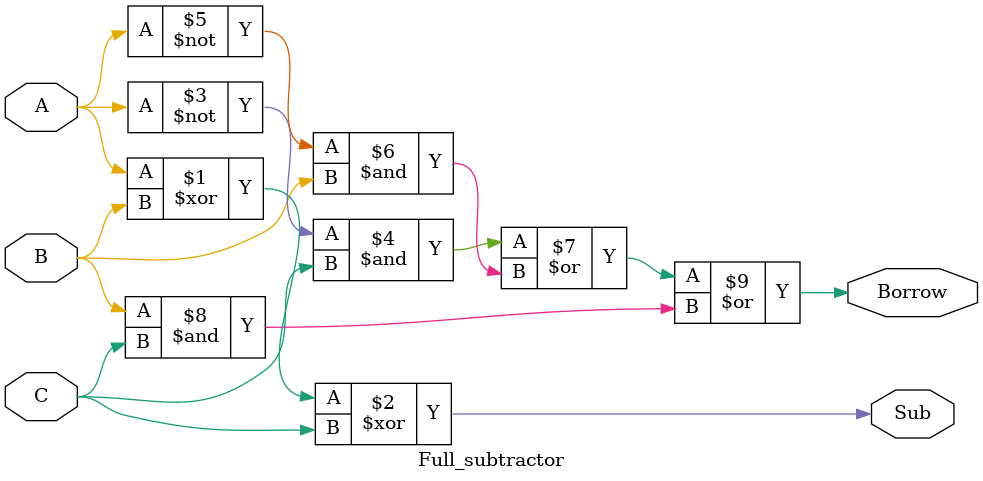
<source format=v>
`timescale 1ns / 1ps


module Full_subtractor(
    input A,
    input B,
    input C,
    output Sub,
    output Borrow
    );
    assign Sub= (A^B)^C;
    assign Borrow=(~A&C)|(~A&B)|(B&C);
endmodule

</source>
